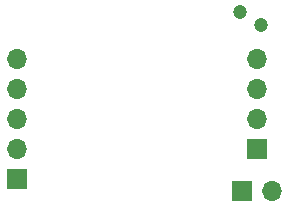
<source format=gbr>
%TF.GenerationSoftware,KiCad,Pcbnew,8.0.7*%
%TF.CreationDate,2025-01-03T12:22:39+02:00*%
%TF.ProjectId,debugger,64656275-6767-4657-922e-6b696361645f,rev?*%
%TF.SameCoordinates,Original*%
%TF.FileFunction,Soldermask,Bot*%
%TF.FilePolarity,Negative*%
%FSLAX46Y46*%
G04 Gerber Fmt 4.6, Leading zero omitted, Abs format (unit mm)*
G04 Created by KiCad (PCBNEW 8.0.7) date 2025-01-03 12:22:39*
%MOMM*%
%LPD*%
G01*
G04 APERTURE LIST*
%ADD10O,1.700000X1.700000*%
%ADD11R,1.700000X1.700000*%
%ADD12C,1.200000*%
G04 APERTURE END LIST*
D10*
%TO.C,J3*%
X160320000Y-116690000D03*
D11*
X157780000Y-116690000D03*
%TD*%
%TO.C,J2*%
X159050000Y-113150000D03*
D10*
X159050000Y-110610000D03*
X159050000Y-108070000D03*
X159050000Y-105530000D03*
%TD*%
D12*
%TO.C,TP2*%
X159354717Y-102605191D03*
%TD*%
D11*
%TO.C,J1*%
X138726872Y-115682752D03*
D10*
X138726872Y-113142752D03*
X138726872Y-110602752D03*
X138726872Y-108062752D03*
X138726872Y-105522752D03*
%TD*%
D12*
%TO.C,TP1*%
X157654717Y-101505191D03*
%TD*%
M02*

</source>
